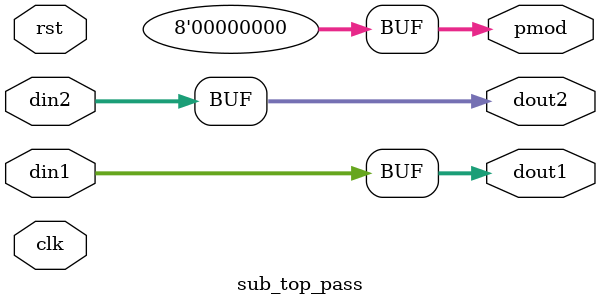
<source format=sv>
module sub_top_pass(
    input clk,rst,
    input signed [15:0]din1,din2,
    output signed [15:0]dout1,dout2,
    output [8:1]pmod
    );
    
    assign pmod=0;
    assign dout1=din1;
    assign dout2=din2;
endmodule
</source>
